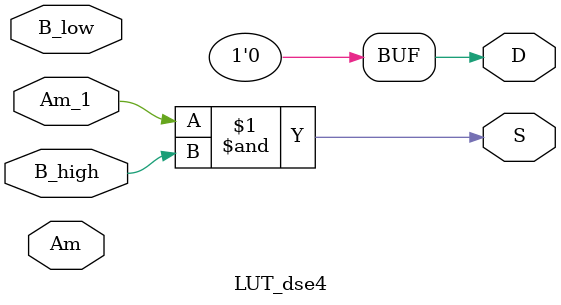
<source format=v>
`timescale 1ns/1ns
module LUT_dse4(
    input           Am          ,
    input           B_low       ,
    input           Am_1        ,
    input           B_high      ,
    output          S           ,
    output          D           //           
);

    assign D = 1'b0;
	assign S = Am_1 & B_high;

endmodule // LUT_dse4


</source>
